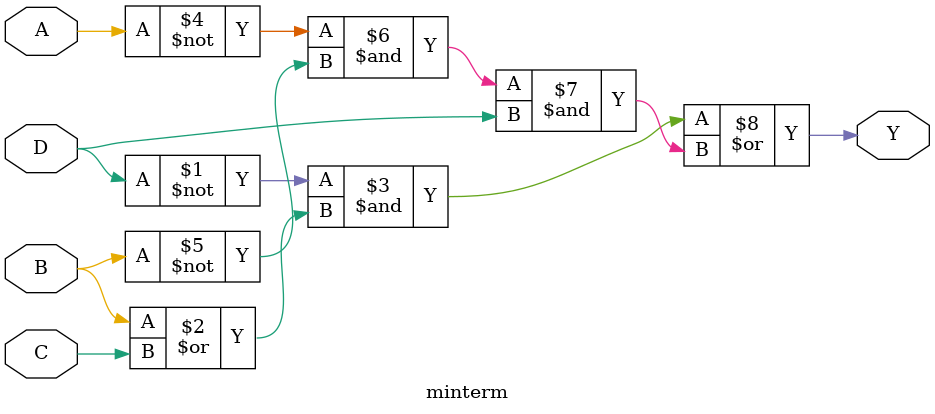
<source format=v>
module minterm (
    input A, B, C, D,
    output Y
);

assign Y = (~D & (B | C)) | (~A & ~B & D); // Enter your equation here

endmodule

</source>
